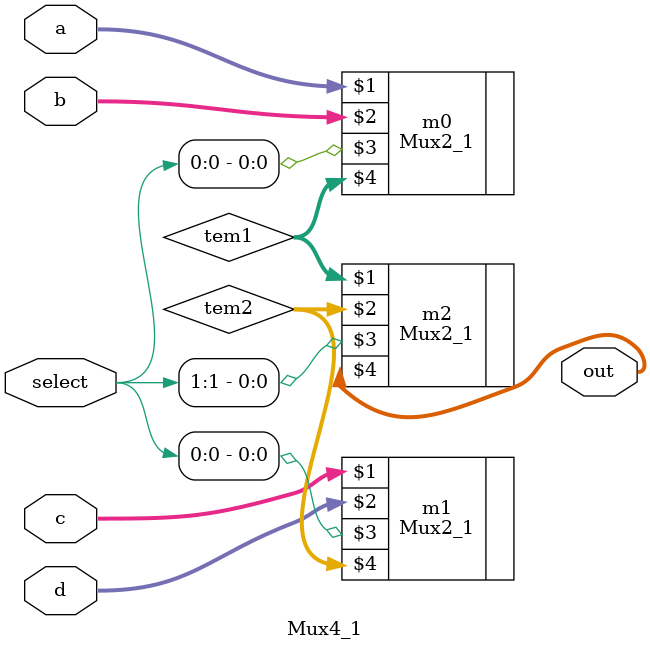
<source format=v>
`timescale 1ns / 1ps
module Mux4_1(input wire [31:0] a,input wire [31:0] b,input wire [31:0] c,input wire [31:0] d,input wire [1:0] select,output wire[31:0] out);
wire [31:0] tem1,tem2;

Mux2_1 m0(a,b,select[0],tem1);
Mux2_1 m1(c,d,select[0],tem2);
Mux2_1 m2(tem1,tem2,select[1],out);

endmodule

</source>
